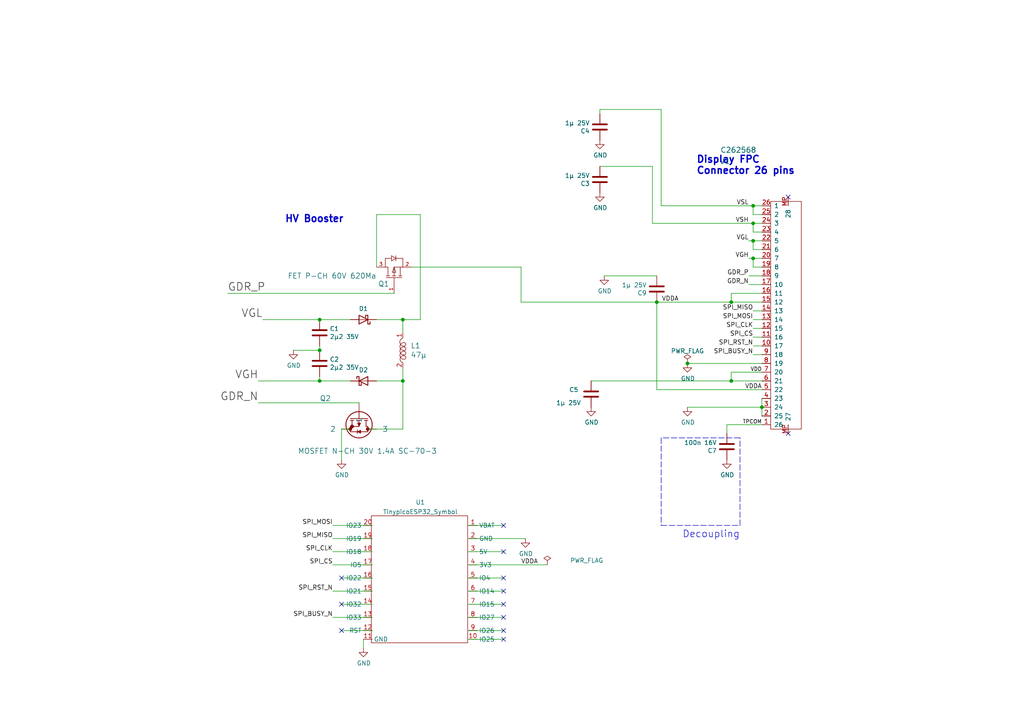
<source format=kicad_sch>
(kicad_sch (version 20211123) (generator eeschema)
  (paper "A4")
  (title_block (title "PlasticLogic SPI HAT for tinyPico.com ESP32") (date "2022-02-12") (rev "1.0") (company "FASANI CORPORATION") (comment 4 "PlasticLogic SPI HAT"))
  (lib_symbols
    (symbol "Device:C" (pin_numbers hide) (pin_names (offset 0.254))
      (property "Reference" "C" (at 0.635 2.54 0))
      (property "Value" "Device_C" (at 0.635 -2.54 0))
      (symbol "C_0_1"
        (polyline (pts (xy -2.032 -0.762) (xy 2.032 -0.762)) (stroke (width 0.508)))
        (polyline (pts (xy -2.032 0.762) (xy 2.032 0.762)) (stroke (width 0.508)))
      )
      (symbol "C_1_1"
        (pin passive line (at 0 3.81 270) (length 2.794) (name "~") (number "1"))
        (pin passive line (at 0 -3.81 90) (length 2.794) (name "~") (number "2"))
      )
    )
    (symbol "Device:D_Schottky" (pin_numbers hide) (pin_names (offset 1.016) hide)
      (property "Reference" "D" (at 0 2.54 0))
      (property "Value" "Device_D_Schottky" (at 0 -2.54 0))
      (symbol "D_Schottky_0_1"
        (polyline (pts (xy 1.27 0) (xy -1.27 0)))
        (polyline (pts (xy 1.27 1.27) (xy 1.27 -1.27) (xy -1.27 0) (xy 1.27 1.27)) (stroke (width 0.254)))
        (polyline (pts (xy -1.905 0.635) (xy -1.905 1.27) (xy -1.27 1.27) (xy -1.27 -1.27) (xy -0.635 -1.27) (xy -0.635 -0.635)) (stroke (width 0.254)))
      )
      (symbol "D_Schottky_1_1"
        (pin passive line (at -3.81 0 0) (length 2.54) (name "K") (number "1"))
        (pin passive line (at 3.81 0 180) (length 2.54) (name "A") (number "2"))
      )
    )
    (symbol "FET-SOT-23-3:BSR315PH6327XTSA1" (pin_numbers hide) (pin_names (offset 1.6764))
      (property "Reference" "Q2" (at -1.27 -11.43 90))
      (property "Value" "MOSFET N-CH 30V 1.4A SC-70-3" (at -5.08 44.45 90))
      (symbol "BSR315PH6327XTSA1_1_1"
        (polyline (pts (xy 2.54 0) (xy 4.572 0)) (stroke (width 0.2032)))
        (polyline (pts (xy 4.572 -2.54) (xy 4.572 2.54)) (stroke (width 0.2032)))
        (polyline (pts (xy 5.08 -2.54) (xy 5.08 -1.524)) (stroke (width 0.2032)))
        (polyline (pts (xy 5.08 -2.032) (xy 6.858 -2.032)) (stroke (width 0.2032)))
        (polyline (pts (xy 5.08 -0.508) (xy 5.08 0.508)) (stroke (width 0.2032)))
        (polyline (pts (xy 5.08 0) (xy 6.858 0)) (stroke (width 0.2032)))
        (polyline (pts (xy 5.08 1.524) (xy 5.08 2.54)) (stroke (width 0.2032)))
        (polyline (pts (xy 5.08 2.032) (xy 6.858 2.032)) (stroke (width 0.2032)))
        (polyline (pts (xy 6.858 -2.54) (xy 6.858 0)) (stroke (width 0.2032)))
        (polyline (pts (xy 6.858 -2.54) (xy 8.382 -2.54)) (stroke (width 0.2032)))
        (polyline (pts (xy 6.858 2.032) (xy 6.858 2.54)) (stroke (width 0.2032)))
        (polyline (pts (xy 6.858 2.54) (xy 8.382 2.54)) (stroke (width 0.2032)))
        (polyline (pts (xy 8.382 -2.54) (xy 8.382 2.54)) (stroke (width 0.2032)))
        (polyline (pts (xy 8.89 -0.508) (xy 7.874 -0.508)) (stroke (width 0.2032)))
        (polyline (pts (xy 5.842 0.508) (xy 6.858 0) (xy 5.842 -0.508) (xy 5.842 0.508)) (stroke (width 0.0254)) (fill (type outline)))
        (polyline (pts (xy 8.89 0.508) (xy 7.874 0.508) (xy 8.382 -0.508) (xy 8.89 0.508)) (stroke (width 0.0254)) (fill (type outline)))
        (circle (center 6.35 0) (radius 3.81) (stroke (width 0.254)))
        (circle (center 6.858 -2.032) (radius 0.0254) (stroke (width 0.508)))
        (circle (center 7.62 -2.54) (radius 0.0254) (stroke (width 0.508)))
        (circle (center 7.62 2.54) (radius 0.0254) (stroke (width 0.508)))
        (pin input line (at 0 0 0) (length 2.54) (name "1") (number "1"))
        (pin power_in line (at 7.62 -2.54 270) (length 2.54) (name "2") (number "2"))
        (pin output line (at 7.62 2.54 90) (length 2.54) (name "3") (number "3"))
      )
    )
    (symbol "Tinypico:TinypicoESP32_Symbol"
      (property "Reference" "U" (at -0.508 -20.32 0))
      (property "Value" "TinypicoESP32_Symbol" (at -0.508 21.844 0))
      (symbol "TinypicoESP32_Symbol_0_1"
        (rectangle (start 13.716 -17.526) (end -14.224 19.304) (stroke (width 0.1524)))
      )
      (symbol "TinypicoESP32_Symbol_1_1"
        (pin power_in line (at 13.97 16.51 0) (length 2.54) (name "VBAT") (number "1"))
        (pin bidirectional line (at 13.97 -16.51 0) (length 2.54) (name "IO25") (number "10"))
        (pin power_in line (at -16.51 -16.51 0) (length 2.54) (name "GND") (number "11"))
        (pin bidirectional line (at -13.97 -13.97 180) (length 2.54) (name "RST") (number "12"))
        (pin bidirectional line (at -13.97 -10.16 180) (length 2.54) (name "IO33") (number "13"))
        (pin bidirectional line (at -13.97 -6.35 180) (length 2.54) (name "IO32") (number "14"))
        (pin bidirectional line (at -13.97 -2.54 180) (length 2.54) (name "IO21") (number "15"))
        (pin bidirectional line (at -13.97 1.27 180) (length 2.54) (name "IO22") (number "16"))
        (pin bidirectional line (at -13.97 5.08 180) (length 2.54) (name "IO5") (number "17"))
        (pin bidirectional line (at -13.97 8.89 180) (length 2.54) (name "IO18") (number "18"))
        (pin bidirectional line (at -13.97 12.7 180) (length 2.54) (name "IO19") (number "19"))
        (pin power_in line (at 13.97 12.7 0) (length 2.54) (name "GND") (number "2"))
        (pin bidirectional line (at -13.97 16.51 180) (length 2.54) (name "IO23") (number "20"))
        (pin power_in line (at 13.97 8.89 0) (length 2.54) (name "5V") (number "3"))
        (pin power_in line (at 13.97 5.08 0) (length 2.54) (name "3V3") (number "4"))
        (pin bidirectional line (at 13.97 1.27 0) (length 2.54) (name "IO4") (number "5"))
        (pin bidirectional line (at 13.97 -2.54 0) (length 2.54) (name "IO14") (number "6"))
        (pin bidirectional line (at 13.97 -6.35 0) (length 2.54) (name "IO15") (number "7"))
        (pin bidirectional line (at 13.97 -10.16 0) (length 2.54) (name "IO27") (number "8"))
        (pin bidirectional line (at 13.97 -13.97 0) (length 2.54) (name "IO26") (number "9"))
      )
    )
    (symbol "connector26_fpcconn:Connector2_FPCConn" (pin_names (offset 1.016))
      (property "Reference" "J1" (at 12.065 -21.7953 0))
      (property "Value" "C262568" (at 12.065 -25.0743 0))
      (symbol "Connector2_FPCConn_0_1"
        (rectangle (start -2.54 55.88) (end -11.43 -10.16))
      )
      (symbol "Connector2_FPCConn_1_1"
        (pin input line (at 0 54.61 180) (length 2.54) (name "26") (number "1"))
        (pin input line (at 0 31.75 180) (length 2.54) (name "17") (number "10"))
        (pin input line (at 0 29.21 180) (length 2.54) (name "16") (number "11"))
        (pin input line (at 0 26.67 180) (length 2.54) (name "15") (number "12"))
        (pin input line (at 0 24.13 180) (length 2.54) (name "14") (number "13"))
        (pin input line (at 0 21.59 180) (length 2.54) (name "13") (number "14"))
        (pin input line (at 0 19.05 180) (length 2.54) (name "12") (number "15"))
        (pin input line (at 0 16.51 180) (length 2.54) (name "11") (number "16"))
        (pin output line (at 0 13.97 180) (length 2.54) (name "10") (number "17"))
        (pin input line (at 0 11.43 180) (length 2.54) (name "9") (number "18"))
        (pin input line (at 0 8.89 180) (length 2.54) (name "8") (number "19"))
        (pin input line (at 0 52.07 180) (length 2.54) (name "25") (number "2"))
        (pin input line (at 0 6.35 180) (length 2.54) (name "7") (number "20"))
        (pin input line (at 0 3.81 180) (length 2.54) (name "6") (number "21"))
        (pin input line (at 0 1.27 180) (length 2.54) (name "5") (number "22"))
        (pin input line (at 0 -1.27 180) (length 2.54) (name "4") (number "23"))
        (pin input line (at 0 -3.81 180) (length 2.54) (name "3") (number "24"))
        (pin input line (at 0 -6.35 180) (length 2.54) (name "2") (number "25"))
        (pin input line (at 0 -8.89 180) (length 2.54) (name "1") (number "26"))
        (pin input line (at 0 49.53 180) (length 2.54) (name "24") (number "3"))
        (pin input line (at 0 46.99 180) (length 2.54) (name "23") (number "4"))
        (pin input line (at 0 44.45 180) (length 2.54) (name "22") (number "5"))
        (pin input line (at 0 41.91 180) (length 2.54) (name "21") (number "6"))
        (pin input line (at 0 39.37 180) (length 2.54) (name "20") (number "7"))
        (pin input line (at 0 36.83 180) (length 2.54) (name "19") (number "8"))
        (pin input line (at 0 34.29 180) (length 2.54) (name "18") (number "9"))
        (pin bidirectional line (at -7.62 57.15 270) (length 2.54) (name "27") (number "MP"))
        (pin bidirectional line (at -7.62 -11.43 90) (length 2.54) (name "28") (number "MP"))
      )
    )
    (symbol "dk_Fixed-Inductors:82473C" (pin_names (offset 1.016))
      (property "Reference" "L" (at -4.445 3.175 0))
      (property "Value" "dk_Fixed-Inductors_82473C" (at 4.445 -1.905 0))
      (symbol "82473C_0_1"
        (arc (start -3.556 0) (mid -2.1804 -0.8481) (end -1.1938 0.4318))
        (arc (start -2.2098 0.508) (mid -2.0918 -0.2848) (end -1.4478 -0.762))
        (arc (start -1.4732 -0.762) (mid -0.4438 -0.6551) (end 0.0508 0.254))
        (arc (start -1.1938 0.254) (mid -1.5821 0.8598) (end -2.2098 0.508))
        (arc (start -0.9398 0.508) (mid -0.8218 -0.2848) (end -0.1778 -0.762))
        (arc (start -0.2032 -0.762) (mid 0.8262 -0.6551) (end 1.3208 0.254))
        (arc (start 0.0762 0.254) (mid -0.3121 0.8598) (end -0.9398 0.508))
        (arc (start 0.3302 0.508) (mid 0.4482 -0.2848) (end 1.0922 -0.762))
        (arc (start 1.0668 -0.762) (mid 2.0962 -0.6551) (end 2.5908 0.254))
        (arc (start 1.3462 0.254) (mid 0.9579 0.8598) (end 0.3302 0.508))
        (arc (start 1.5748 0.4318) (mid 2.3633 -0.7823) (end 3.5814 0))
        (arc (start 2.6162 0.254) (mid 2.2279 0.8598) (end 1.6002 0.508))
      )
      (symbol "82473C_1_1"
        (pin passive line (at -5.08 0 0) (length 1.4986) (name "~") (number "1"))
        (pin passive line (at 5.08 0 180) (length 1.4986) (name "~") (number "2"))
      )
    )
    (symbol "eec:BSR315P" (pin_names (offset 1.016))
      (property "Reference" "Q" (at 0 7.62 0))
      (property "Value" "BSR315P" (at 0 10.16 0))
      (symbol "BSR315P_1_1"
        (polyline (pts (xy 2.54 0) (xy 4.572 0)))
        (polyline (pts (xy 4.572 2.286) (xy 4.572 -2.286)))
        (polyline (pts (xy 5.08 -2.286) (xy 5.08 -1.27)))
        (polyline (pts (xy 5.08 -0.508) (xy 5.08 0.508)))
        (polyline (pts (xy 5.08 2.286) (xy 5.08 1.27)))
        (polyline (pts (xy 7.62 -2.54) (xy 10.16 -2.54)))
        (polyline (pts (xy 7.62 -1.778) (xy 5.08 -1.778)))
        (polyline (pts (xy 7.62 0) (xy 5.08 0)))
        (polyline (pts (xy 7.62 0) (xy 7.62 -2.54)))
        (polyline (pts (xy 7.62 1.778) (xy 5.08 1.778)))
        (polyline (pts (xy 7.62 1.778) (xy 7.62 2.54)))
        (polyline (pts (xy 7.62 2.54) (xy 10.16 2.54)))
        (polyline (pts (xy 10.16 -2.54) (xy 10.16 -0.508)))
        (polyline (pts (xy 10.16 2.54) (xy 10.16 0.762)))
        (polyline (pts (xy 10.922 -0.508) (xy 9.398 -0.508)))
        (polyline (pts (xy 6.096 0.508) (xy 6.096 -0.508) (xy 7.62 0) (xy 6.096 0.508)))
        (polyline (pts (xy 10.922 0.762) (xy 9.398 0.762) (xy 10.16 -0.508) (xy 10.922 0.762)))
        (pin passive line (at 0 0 0) (length 2.54) (name "GATE") (number "1"))
        (pin passive line (at 7.62 -5.08 90) (length 2.54) (name "SOURCE") (number "2"))
        (pin passive line (at 7.62 5.08 270) (length 2.54) (name "DRAIN") (number "3"))
      )
    )
    (symbol "power:GND" (power) (pin_names (offset 0))
      (property "Value" "power_GND" (at 0 -3.81 0))
      (symbol "GND_0_1"
        (polyline (pts (xy 0 0) (xy 0 -1.27) (xy 1.27 -1.27) (xy 0 -2.54) (xy -1.27 -1.27) (xy 0 -1.27)))
      )
      (symbol "GND_1_1"
        (pin power_in line (at 0 0 270) (length 0) hide (name "GND") (number "1"))
      )
    )
    (symbol "power:PWR_FLAG" (power) (pin_numbers hide) (pin_names (offset 0) hide)
      (property "Value" "PWR_FLAG" (at 0 3.81 0))
      (symbol "PWR_FLAG_0_0"
        (pin power_out line (at 0 0 90) (length 0) (name "pwr") (number "1"))
      )
      (symbol "PWR_FLAG_0_1"
        (polyline (pts (xy 0 0) (xy 0 1.27) (xy -1.016 1.905) (xy 0 2.54) (xy 1.016 1.905) (xy 0 1.27)))
      )
    )
  )
  (junction (at 199.39 105.41))
  (junction (at 212.09 110.49))
  (junction (at 92.71 101.6))
  (junction (at 212.09 87.63))
  (junction (at 218.44 74.93))
  (junction (at 220.98 118.11))
  (junction (at 116.84 92.71))
  (junction (at 116.84 110.49))
  (junction (at 218.44 64.77))
  (junction (at 218.44 59.69))
  (junction (at 190.5 87.63))
  (junction (at 92.71 92.71))
  (junction (at 218.44 69.85))
  (junction (at 92.71 110.49))
  (no_connect (at 146.05 152.4))
  (no_connect (at 146.05 160.02))
  (no_connect (at 146.05 167.64))
  (no_connect (at 146.05 171.45))
  (no_connect (at 99.06 182.88))
  (no_connect (at 99.06 175.26))
  (no_connect (at 99.06 167.64))
  (no_connect (at 146.05 185.42))
  (no_connect (at 146.05 179.07))
  (no_connect (at 146.05 175.26))
  (no_connect (at 146.05 182.88))
  (no_connect (at 228.6 57.15))
  (no_connect (at 228.6 125.73))
  (wire (pts (xy 199.39 105.41) (xy 220.98 105.41)))
  (wire (pts (xy 135.89 156.21) (xy 152.4 156.21)))
  (wire (pts (xy 106.68 124.46) (xy 116.84 124.46)))
  (wire (pts (xy 173.99 31.75) (xy 173.99 33.02)))
  (wire (pts (xy 92.71 100.33) (xy 92.71 101.6)))
  (wire (pts (xy 85.09 101.6) (xy 92.71 101.6)))
  (wire (pts (xy 212.09 87.63) (xy 220.98 87.63)))
  (wire (pts (xy 218.44 64.77) (xy 220.98 64.77)))
  (wire (pts (xy 217.17 69.85) (xy 218.44 69.85)))
  (wire (pts (xy 218.44 74.93) (xy 220.98 74.93)))
  (wire (pts (xy 191.77 31.75) (xy 173.99 31.75)))
  (wire (pts (xy 121.92 62.23) (xy 109.22 62.23)))
  (wire (pts (xy 218.44 72.39) (xy 218.44 69.85)))
  (wire (pts (xy 96.52 179.07) (xy 107.95 179.07)))
  (wire (pts (xy 99.06 175.26) (xy 107.95 175.26)))
  (wire (pts (xy 96.52 160.02) (xy 107.95 160.02)))
  (wire (pts (xy 218.44 100.33) (xy 220.98 100.33)))
  (wire (pts (xy 96.52 152.4) (xy 107.95 152.4)))
  (wire (pts (xy 171.45 110.49) (xy 212.09 110.49)))
  (wire (pts (xy 146.05 185.42) (xy 135.89 185.42)))
  (wire (pts (xy 135.89 160.02) (xy 146.05 160.02)))
  (wire (pts (xy 96.52 156.21) (xy 107.95 156.21)))
  (wire (pts (xy 76.2 92.71) (xy 92.71 92.71)))
  (wire (pts (xy 218.44 62.23) (xy 218.44 59.69)))
  (wire (pts (xy 92.71 110.49) (xy 101.6 110.49)))
  (wire (pts (xy 189.23 64.77) (xy 189.23 48.26)))
  (wire (pts (xy 96.52 171.45) (xy 107.95 171.45)))
  (wire (pts (xy 210.82 123.19) (xy 210.82 125.73)))
  (wire (pts (xy 116.84 106.68) (xy 116.84 110.49)))
  (wire (pts (xy 105.41 187.96) (xy 105.41 185.42)))
  (polyline (pts (xy 214.63 152.4) (xy 214.63 127)))
  (wire (pts (xy 218.44 90.17) (xy 220.98 90.17)))
  (wire (pts (xy 146.05 175.26) (xy 135.89 175.26)))
  (wire (pts (xy 190.5 87.63) (xy 151.13 87.63)))
  (wire (pts (xy 92.71 109.22) (xy 92.71 110.49)))
  (wire (pts (xy 191.77 59.69) (xy 218.44 59.69)))
  (wire (pts (xy 218.44 69.85) (xy 220.98 69.85)))
  (wire (pts (xy 151.13 77.47) (xy 119.38 77.47)))
  (wire (pts (xy 220.98 85.09) (xy 212.09 85.09)))
  (wire (pts (xy 220.98 107.95) (xy 212.09 107.95)))
  (wire (pts (xy 66.04 85.09) (xy 114.3 85.09)))
  (wire (pts (xy 220.98 72.39) (xy 218.44 72.39)))
  (wire (pts (xy 218.44 102.87) (xy 220.98 102.87)))
  (wire (pts (xy 218.44 97.79) (xy 220.98 97.79)))
  (wire (pts (xy 116.84 110.49) (xy 109.22 110.49)))
  (wire (pts (xy 217.17 74.93) (xy 218.44 74.93)))
  (wire (pts (xy 218.44 95.25) (xy 220.98 95.25)))
  (wire (pts (xy 146.05 179.07) (xy 135.89 179.07)))
  (wire (pts (xy 190.5 113.03) (xy 190.5 87.63)))
  (polyline (pts (xy 191.77 127) (xy 191.77 152.4)))
  (wire (pts (xy 99.06 167.64) (xy 107.95 167.64)))
  (wire (pts (xy 135.89 167.64) (xy 146.05 167.64)))
  (wire (pts (xy 109.22 92.71) (xy 116.84 92.71)))
  (wire (pts (xy 212.09 107.95) (xy 212.09 110.49)))
  (wire (pts (xy 218.44 77.47) (xy 218.44 74.93)))
  (wire (pts (xy 151.13 77.47) (xy 151.13 87.63)))
  (wire (pts (xy 190.5 87.63) (xy 212.09 87.63)))
  (wire (pts (xy 146.05 182.88) (xy 135.89 182.88)))
  (wire (pts (xy 218.44 92.71) (xy 220.98 92.71)))
  (wire (pts (xy 220.98 120.65) (xy 220.98 118.11)))
  (wire (pts (xy 199.39 118.11) (xy 220.98 118.11)))
  (wire (pts (xy 220.98 115.57) (xy 220.98 118.11)))
  (wire (pts (xy 96.52 163.83) (xy 107.95 163.83)))
  (wire (pts (xy 220.98 77.47) (xy 218.44 77.47)))
  (wire (pts (xy 220.98 67.31) (xy 218.44 67.31)))
  (wire (pts (xy 109.22 62.23) (xy 109.22 77.47)))
  (polyline (pts (xy 214.63 127) (xy 191.77 127)))
  (wire (pts (xy 212.09 85.09) (xy 212.09 87.63)))
  (wire (pts (xy 121.92 62.23) (xy 121.92 92.71)))
  (wire (pts (xy 191.77 31.75) (xy 191.77 59.69)))
  (wire (pts (xy 99.06 124.46) (xy 99.06 133.35)))
  (wire (pts (xy 158.75 163.83) (xy 135.89 163.83)))
  (wire (pts (xy 212.09 110.49) (xy 220.98 110.49)))
  (wire (pts (xy 189.23 64.77) (xy 218.44 64.77)))
  (wire (pts (xy 146.05 171.45) (xy 135.89 171.45)))
  (wire (pts (xy 220.98 62.23) (xy 218.44 62.23)))
  (wire (pts (xy 218.44 59.69) (xy 220.98 59.69)))
  (wire (pts (xy 220.98 123.19) (xy 210.82 123.19)))
  (polyline (pts (xy 191.77 152.4) (xy 214.63 152.4)))
  (wire (pts (xy 116.84 110.49) (xy 116.84 124.46)))
  (wire (pts (xy 74.93 116.84) (xy 104.14 116.84)))
  (wire (pts (xy 218.44 67.31) (xy 218.44 64.77)))
  (wire (pts (xy 116.84 92.71) (xy 116.84 96.52)))
  (wire (pts (xy 121.92 92.71) (xy 116.84 92.71)))
  (wire (pts (xy 146.05 152.4) (xy 135.89 152.4)))
  (wire (pts (xy 220.98 113.03) (xy 190.5 113.03)))
  (wire (pts (xy 217.17 80.01) (xy 220.98 80.01)))
  (wire (pts (xy 99.06 182.88) (xy 107.95 182.88)))
  (wire (pts (xy 189.23 48.26) (xy 173.99 48.26)))
  (wire (pts (xy 101.6 92.71) (xy 92.71 92.71)))
  (wire (pts (xy 217.17 82.55) (xy 220.98 82.55)))
  (wire (pts (xy 175.26 80.01) (xy 190.5 80.01)))
  (wire (pts (xy 74.93 110.49) (xy 92.71 110.49)))
  (wire (pts (xy 101.6 124.46) (xy 99.06 124.46)))
  (text "Decoupling" (at 214.63 156.21 180) (effects (font (size 2.0066 2.0066)) (justify right bottom)))
  (text "HV Booster" (at 82.55 64.77 0) (effects (font (size 2.0066 2.0066) (thickness 0.4013) bold) (justify left bottom)))
  (text "Display FPC\nConnector 26 pins" (at 201.93 50.8 0) (effects (font (size 2.0066 2.0066) (thickness 0.4013) bold) (justify left bottom)))
  (label "VGL" (at 76.2 92.71 180) (effects (font (size 2.2606 2.2606))))
  (label "SPI_CLK" (at 218.44 95.25 180))
  (label "VGH" (at 217.17 74.93 180))
  (label "SPI_CS" (at 96.52 163.83 180))
  (label "VGH" (at 74.93 110.49 180) (effects (font (size 2.2606 2.2606))))
  (label "GDR_P" (at 66.04 85.09 0) (effects (font (size 2.2606 2.2606))))
  (label "SPI_BUSY_N" (at 96.52 179.07 180))
  (label "SPI_MOSI" (at 96.52 152.4 180))
  (label "VDDA" (at 196.85 87.63 180))
  (label "VDDA" (at 220.98 113.03 180))
  (label "VDD" (at 220.98 107.95 180) (effects (font (size 1.0922 1.0922))))
  (label "SPI_MISO" (at 96.52 156.21 180))
  (label "SPI_CLK" (at 96.52 160.02 180))
  (label "VDDA" (at 151.13 163.83 0))
  (label "GDR_P" (at 217.17 80.01 180))
  (label "SPI_RST_N" (at 96.52 171.45 180))
  (label "SPI_BUSY_N" (at 218.44 102.87 180))
  (label "TPCOM" (at 220.98 123.19 180) (effects (font (size 1.0922 1.0922))))
  (label "SPI_CS" (at 218.44 97.79 180))
  (label "GDR_N" (at 74.93 116.84 180) (effects (font (size 2.2606 2.2606))))
  (label "GDR_N" (at 217.17 82.55 180))
  (label "SPI_MISO" (at 218.44 90.17 180))
  (label "SPI_MOSI" (at 218.44 92.71 180))
  (label "SPI_RST_N" (at 218.44 100.33 180))
  (label "VSL" (at 217.17 59.69 180))
  (label "VSH" (at 217.17 64.77 180))
  (label "VGL" (at 217.17 69.85 180))
  (symbol (lib_id "Device:D_Schottky") (at 105.41 92.71 180) (unit 1)
    (property "Reference" "D1" (at 105.41 89.535 0))
    (property "Value" "D_Schottky" (effects hide))
    (property "Footprint" "Diode_SMD:D_SOD-323" (effects hide))
    (property "LCSC" "C154819" (effects hide))
  )
  (symbol (lib_id "Device:D_Schottky") (at 105.41 110.49 0) (unit 1)
    (property "Reference" "D2" (at 105.41 107.315 0))
    (property "Value" "D_Schottky" (effects hide))
    (property "Footprint" "Diode_SMD:D_SOD-323" (effects hide))
    (property "LCSC" "C154819" (effects hide))
  )
  (symbol (lib_id "dk_Fixed-Inductors:82473C") (at 116.84 101.6 270) (unit 1)
    (property "Reference" "L1" (at 119.0752 100.2538 90) (effects (font (size 1.524 1.524)) (justify left)))
    (property "Value" "47µ" (at 119.0752 102.9462 90) (effects (font (size 1.524 1.524)) (justify left)))
    (property "Footprint" "digikey-footprints:1210" (effects hide))
    (property "Datasheet" "https://www.murata-ps.com/data/magnetics/kmp_8200c.pdf" (effects hide))
    (property "Digi-Key_PN" "811-2477-1-ND" (effects hide))
    (property "MPN" "82473C" (effects hide))
    (property "Category" "Inductors, Coils, Chokes" (effects hide))
    (property "Family" "Fixed Inductors" (effects hide))
    (property "DK_Datasheet_Link" "https://www.murata-ps.com/data/magnetics/kmp_8200c.pdf" (effects hide))
    (property "DK_Detail_Page" "/product-detail/en/murata-power-solutions-inc/82473C/811-2477-1-ND/3178548" (effects hide))
    (property "Description" "FIXED IND 47UH 250MA 1.69 OHM" (effects hide))
    (property "Manufacturer" "Murata Power Solutions Inc." (effects hide))
    (property "Status" "Active" (effects hide))
    (property "LCSC" "C223059" (effects hide))
  )
  (symbol (lib_id "eec:BSR315P") (at 114.3 85.09 90) (unit 1)
    (property "Reference" "Q1" (at 112.9538 82.3468 90) (effects (font (size 1.524 1.524)) (justify left)))
    (property "Value" "FET P-CH 60V 620Ma" (at 109.22 80.01 90) (effects (font (size 1.524 1.524)) (justify left)))
    (property "Footprint" "PLogic:FET_BSR315PH6327XTSA1" (effects hide))
    (property "Datasheet" "http://www.infineon.com/dgdl/BSR315P_Rev1.05.pdf?folderId=db3a304412b407950112b408e8c90004&fileId=db3a304412b407950112b42acc6143f0" (effects hide))
    (property "Digi-Key_PN" "FQP27P06-ND" (effects hide))
    (property "MPN" "FQP27P06" (effects hide))
    (property "Category" "Discrete Semiconductor Products" (effects hide))
    (property "Family" "Transistors - FETs, MOSFETs - Single" (effects hide))
    (property "DK_Datasheet_Link" "https://www.onsemi.com/pub/Collateral/FQP27P06-D.PDF" (effects hide))
    (property "DK_Detail_Page" "/product-detail/en/on-semiconductor/FQP27P06/FQP27P06-ND/965349" (effects hide))
    (property "Description" "MOSFET P-CH 60V 27A TO-220" (effects hide))
    (property "Manufacturer" "ON Semiconductor" (effects hide))
    (property "Status" "Active" (effects hide))
    (property "Component Link 1 Description" "Manufacturer URL" (effects hide))
    (property "Component Link 1 URL" "http://www.infineon.com/" (effects hide))
    (property "Component Link 3 Description" "Package Specification" (effects hide))
    (property "Component Link 3 URL" "http://www.infineon.com/dgdl/SC59-Package_Overview.pdf?folderId=db3a30431936bc4b01194dc0d34440b0&fileId=db3a30431936bc4b01194dd1aa1d40cf" (effects hide))
    (property "Datasheet Version" "Rev. 1.05" (effects hide))
    (property "Green" "true" (effects hide))
    (property "ID max" "-0.62Â A" (effects hide))
    (property "IDpuls max" "-2.48Â A" (effects hide))
    (property "Mode" "Enhancement" (effects hide))
    (property "Mounting Technology" "Surface Mount" (effects hide))
    (property "Package Description" "3-Pin Semiconductor Package, 3 x 1.53 mm Body, 0.95 mm Pitch" (effects hide))
    (property "Package Version" "Mar-08" (effects hide))
    (property "Packing" "Reel" (effects hide))
    (property "Polarity" "P" (effects hide))
    (property "Pto t max" "0.5Â W" (effects hide))
    (property "QG" "4Â nC" (effects hide))
    (property "RDS on max" "800Â mOhm" (effects hide))
    (property "RDS on max 45V" "1,300Â mOhm" (effects hide))
    (property "Rth" "250Â K/W" (effects hide))
    (property "Technology" "SIPMOS" (effects hide))
    (property "VDS max" "-60Â V" (effects hide))
    (property "VGSth max" "-1Â V" (effects hide))
    (property "VGSth min" "-2Â V" (effects hide))
    (property "category" "Trans" (effects hide))
    (property "ciiva ids" "21172953" (effects hide))
    (property "library id" "2a2260564a131bec" (effects hide))
    (property "manufacturer" "Infineon" (effects hide))
    (property "package" "PG-SC59" (effects hide))
    (property "release date" "1409235206" (effects hide))
    (property "vault revision" "7C77D9E2-1590-4AF2-9326-B9894AD7D1C9" (effects hide))
    (property "imported" "yes" (effects hide))
  )
  (symbol (lib_id "Device:C") (at 92.71 96.52 0) (unit 1)
    (property "Reference" "C1" (at 95.631 95.3516 0) (effects (justify left)))
    (property "Value" "2µ2 35V" (at 95.631 97.663 0) (effects (justify left)))
    (property "Footprint" "Capacitor_SMD:C_0603_1608Metric" (effects hide))
  )
  (symbol (lib_id "Device:C") (at 92.71 105.41 0) (unit 1)
    (property "Reference" "C2" (at 95.631 104.2416 0) (effects (justify left)))
    (property "Value" "2µ2 35V" (at 95.631 106.553 0) (effects (justify left)))
    (property "Footprint" "Capacitor_SMD:C_0603_1608Metric" (effects hide))
  )
  (symbol (lib_id "power:GND") (at 85.09 101.6 0) (unit 1)
    (property "Reference" "#PWR08" (effects hide))
    (property "Value" "GND" (at 85.217 105.9942 0))
  )
  (symbol (lib_id "Device:C") (at 190.5 83.82 180) (unit 1)
    (property "Reference" "C9" (at 187.579 84.9884 0) (effects (justify left)))
    (property "Value" "1µ 25V" (at 187.579 82.677 0) (effects (justify left)))
    (property "Footprint" "Capacitor_SMD:C_0603_1608Metric" (effects hide))
  )
  (symbol (lib_id "power:GND") (at 175.26 80.01 0) (unit 1)
    (property "Reference" "#PWR01" (effects hide))
    (property "Value" "GND" (at 175.387 84.4042 0))
  )
  (symbol (lib_id "Device:C") (at 210.82 129.54 180) (unit 1)
    (property "Reference" "C7" (at 207.899 130.7084 0) (effects (justify left)))
    (property "Value" "100n 16V" (at 207.899 128.397 0) (effects (justify left)))
    (property "Footprint" "Capacitor_SMD:C_0603_1608Metric" (effects hide))
  )
  (symbol (lib_id "power:GND") (at 210.82 133.35 0) (unit 1)
    (property "Reference" "#PWR02" (effects hide))
    (property "Value" "GND" (at 210.947 137.7442 0))
  )
  (symbol (lib_id "power:GND") (at 173.99 40.64 0) (unit 1)
    (property "Reference" "#PWR0101" (effects hide))
    (property "Value" "GND" (at 174.117 45.0342 0))
  )
  (symbol (lib_id "power:GND") (at 152.4 156.21 0) (unit 1)
    (property "Reference" "#PWR0106" (effects hide))
    (property "Value" "GND" (at 152.527 160.6042 0))
  )
  (symbol (lib_id "power:GND") (at 173.99 55.88 0) (unit 1)
    (property "Reference" "#PWR0103" (effects hide))
    (property "Value" "GND" (at 174.117 60.2742 0))
  )
  (symbol (lib_id "power:GND") (at 99.06 133.35 0) (unit 1)
    (property "Reference" "#PWR0107" (effects hide))
    (property "Value" "GND" (at 99.187 137.7442 0))
  )
  (symbol (lib_id "connector26_fpcconn:Connector2_FPCConn") (at 220.98 68.58 180) (unit 1)
    (property "Reference" "J1" (at 208.915 46.7847 0) (effects (font (size 1.524 1.524)) (justify right)))
    (property "Value" "C262568" (at 208.915 43.5057 0) (effects (font (size 1.524 1.524)) (justify right)))
    (property "Footprint" "Connector_FFC-FPC:TE_2-1734839-6_1x26-1MP_P0.5mm_Horizontal" (effects hide))
  )
  (symbol (lib_id "power:PWR_FLAG") (at 199.39 105.41 0) (unit 1)
    (property "Reference" "#FLG0101" (effects hide))
    (property "Value" "PWR_FLAG" (at 199.39 101.8055 0))
  )
  (symbol (lib_id "FET-SOT-23-3:BSR315PH6327XTSA1") (at 104.14 116.84 270) (unit 1)
    (property "Reference" "Q2" (at 92.71 115.57 90) (effects (font (size 1.524 1.524)) (justify left)))
    (property "Value" "MOSFET N-CH 30V 1.4A SC-70-3" (at 86.36 130.81 90) (effects (font (size 1.524 1.524)) (justify left)))
    (property "Footprint" "PLogic:FET_SI1308EDL-SOT-323" (effects hide))
    (property "DK_Datasheet_Link" "https://www.onsemi.com/pub/Collateral/FQP27P06-D.PDF" (effects hide))
    (property "Description" "MOSFET P-CH 60V 27A TO-220" (effects hide))
    (property "Manufacturer" "ON Semiconductor" (effects hide))
    (property "Status" "Active" (effects hide))
    (property "Component Link 1 Description" "Manufacturer URL" (effects hide))
    (property "Component Link 1 URL" "http://www.infineon.com/" (effects hide))
    (property "Component Link 3 Description" "Package Specification" (effects hide))
    (property "Component Link 3 URL" "http://www.infineon.com/dgdl/SC59-Package_Overview.pdf?folderId=db3a30431936bc4b01194dc0d34440b0&fileId=db3a30431936bc4b01194dd1aa1d40cf" (effects hide))
    (property "Datasheet Version" "Rev. 1.05" (effects hide))
    (property "Green" "true" (effects hide))
    (property "ID max" "-0.62Â A" (effects hide))
    (property "IDpuls max" "-2.48Â A" (effects hide))
    (property "Mode" "Enhancement" (effects hide))
    (property "Mounting Technology" "Surface Mount" (effects hide))
    (property "Package Description" "3-Pin Semiconductor Package, 3 x 1.53 mm Body, 0.95 mm Pitch" (effects hide))
    (property "Package Version" "Mar-08" (effects hide))
    (property "Packing" "Reel" (effects hide))
    (property "Polarity" "P" (effects hide))
    (property "Pto t max" "0.5Â W" (effects hide))
    (property "QG" "4Â nC" (effects hide))
    (property "RDS on max" "800Â mOhm" (effects hide))
    (property "RDS on max 45V" "1,300Â mOhm" (effects hide))
    (property "Rth" "250Â K/W" (effects hide))
    (property "Technology" "SIPMOS" (effects hide))
    (property "VDS max" "-60Â V" (effects hide))
    (property "VGSth max" "-1Â V" (effects hide))
    (property "VGSth min" "-2Â V" (effects hide))
    (property "category" "Trans" (effects hide))
    (property "ciiva ids" "21172953" (effects hide))
    (property "library id" "2a2260564a131bec" (effects hide))
    (property "manufacturer" "Infineon" (effects hide))
    (property "package" "PG-SC59" (effects hide))
    (property "release date" "1409235206" (effects hide))
    (property "vault revision" "7C77D9E2-1590-4AF2-9326-B9894AD7D1C9" (effects hide))
    (property "imported" "yes" (effects hide))
  )
  (symbol (lib_id "power:PWR_FLAG") (at 158.75 163.83 0) (unit 1)
    (property "Reference" "#FLG0102" (effects hide))
    (property "Value" "PWR_FLAG" (at 170.18 162.56 0))
  )
  (symbol (lib_id "power:GND") (at 199.39 105.41 0) (unit 1)
    (property "Reference" "#PWR0104" (effects hide))
    (property "Value" "GND" (at 199.517 109.8042 0))
  )
  (symbol (lib_id "Tinypico:TinypicoESP32_Symbol") (at 121.92 168.91 0) (unit 1)
    (property "Reference" "U1" (at 121.92 145.6903 0))
    (property "Value" "TinypicoESP32_Symbol" (at 121.92 148.4654 0))
    (property "Footprint" "PLogic:TinyESP32" (effects hide))
  )
  (symbol (lib_id "Device:C") (at 173.99 52.07 180) (unit 1)
    (property "Reference" "C3" (at 171.069 53.2384 0) (effects (justify left)))
    (property "Value" "1µ 25V" (at 171.069 50.927 0) (effects (justify left)))
    (property "Footprint" "Capacitor_SMD:C_0603_1608Metric" (effects hide))
  )
  (symbol (lib_id "power:GND") (at 105.41 187.96 0) (unit 1)
    (property "Reference" "#PWR0108" (effects hide))
    (property "Value" "GND" (at 105.537 192.3542 0))
  )
  (symbol (lib_id "power:GND") (at 171.45 118.11 0) (unit 1)
    (property "Reference" "#PWR0105" (effects hide))
    (property "Value" "GND" (at 171.577 122.5042 0))
  )
  (symbol (lib_id "power:GND") (at 199.39 118.11 0) (unit 1)
    (property "Reference" "#PWR0102" (effects hide))
    (property "Value" "GND" (at 199.517 122.5042 0))
  )
  (symbol (lib_id "Device:C") (at 173.99 36.83 180) (unit 1)
    (property "Reference" "C4" (at 171.069 37.9984 0) (effects (justify left)))
    (property "Value" "1µ 25V" (at 171.069 35.687 0) (effects (justify left)))
    (property "Footprint" "Capacitor_SMD:C_0603_1608Metric" (effects hide))
  )
  (symbol (lib_id "Device:C") (at 171.45 114.3 0) (unit 1)
    (property "Reference" "C5" (at 165.1 113.03 0) (effects (justify left)))
    (property "Value" "1µ 25V" (at 161.29 116.84 0) (effects (justify left)))
    (property "Footprint" "Capacitor_SMD:C_0603_1608Metric" (effects hide))
  )
)
</source>
